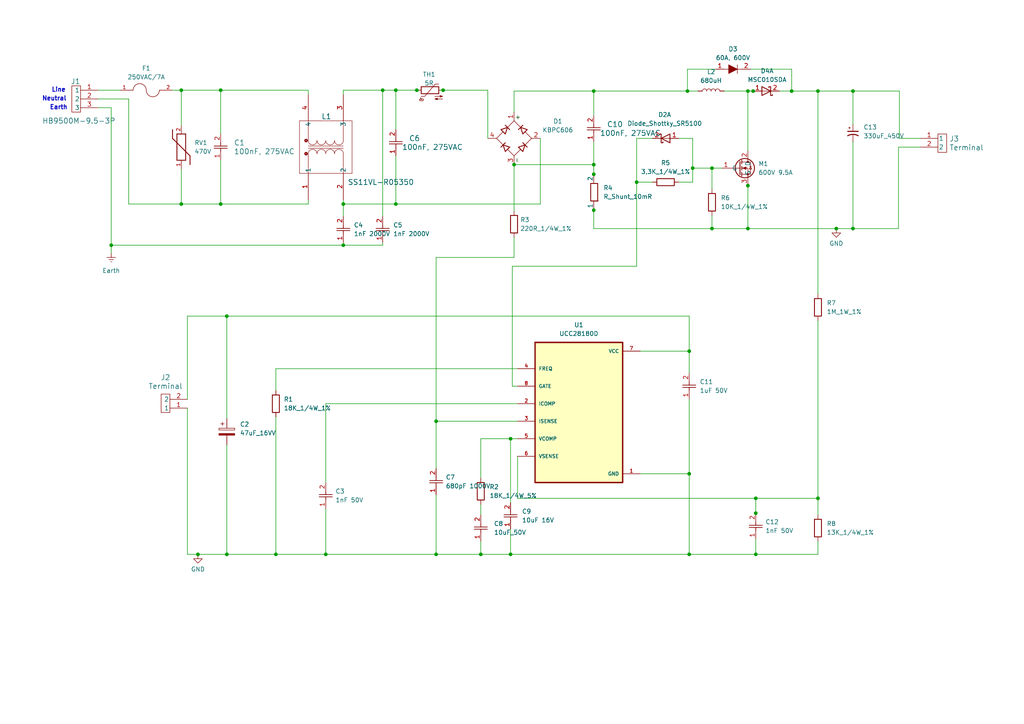
<source format=kicad_sch>
(kicad_sch (version 20231120) (generator "eeschema") (generator_version "8.0")
  (paper "A4")
  (lib_symbols
    (symbol "Device:L" (pin_numbers hide) (pin_names (offset 1.016) hide)
      (property "Reference" "L" (at -1.27 0 90))
      (property "Value" "L" (at 1.905 0 90))
      (symbol "L_1_1"
        (pin passive line (at 0 3.81 270) (length 1.27) (name "1") (number "1"))
        (pin passive line (at 0 -3.81 90) (length 1.27) (name "2") (number "2"))
      )
    )
    (symbol "charge_battery_sym_lib:Cap_Polarized_330uF_450V" (pin_numbers hide) (pin_names (offset 0.254) hide)
      (property "Reference" "C" (at -0.762 1.016 90))
      (property "Value" "Cap_Polarized_330uF_450V" (at -12.192 12.446 0))
      (symbol "Cap_Polarized_330uF_450V_1_1"
        (pin passive line (at -1.524 0.762 0) (length 2.032) (name "~") (number "1"))
        (pin passive line (at 3.556 0.762 180) (length 2.032) (name "~") (number "2"))
      )
    )
    (symbol "charge_battery_sym_lib:Cap_Polarized_SMD_47uF_16V" (pin_numbers hide) (pin_names (offset 0.254))
      (property "Reference" "C" (at 0.635 2.54 0))
      (property "Value" "Cap_Polarized_SMD_47uF_16VV" (at 0.635 -2.54 0))
      (symbol "Cap_Polarized_SMD_47uF_16V_1_1"
        (pin passive line (at 0 3.81 270) (length 2.794) (name "~") (number "1"))
        (pin passive line (at 0 -3.81 90) (length 2.794) (name "~") (number "2"))
      )
    )
    (symbol "charge_battery_sym_lib:Ceramic_Cap_Hole_10uF_50V"
      (property "Reference" "C" (at -1.524 0.762 0))
      (property "Value" "10uF_50V" (at 0.254 5.334 0))
      (symbol "Ceramic_Cap_Hole_10uF_50V_1_1"
        (pin unspecified line (at -3.81 -2.032 0) (length 2.54) (name "") (number "1"))
        (pin unspecified line (at 3.81 -2.032 180) (length 2.54) (name "") (number "2"))
      )
    )
    (symbol "charge_battery_sym_lib:Ceramic_Cap_Hole_1nF_2000V"
      (property "Reference" "C" (at -1.524 0.762 0))
      (property "Value" "680pF 1000V" (at 0.254 5.334 0))
      (symbol "Ceramic_Cap_Hole_1nF_2000V_1_1"
        (pin unspecified line (at -3.81 -2.032 0) (length 2.54) (name "") (number "1"))
        (pin unspecified line (at 3.81 -2.032 180) (length 2.54) (name "") (number "2"))
      )
    )
    (symbol "charge_battery_sym_lib:Ceramic_Cap_Hole_1nF_50V"
      (property "Reference" "C" (at -1.524 0.762 0))
      (property "Value" "1nF 50V" (at 0.254 5.334 0))
      (symbol "Ceramic_Cap_Hole_1nF_50V_1_1"
        (pin unspecified line (at -3.81 -2.032 0) (length 2.54) (name "") (number "1"))
        (pin unspecified line (at 3.81 -2.032 180) (length 2.54) (name "") (number "2"))
      )
    )
    (symbol "charge_battery_sym_lib:Ceramic_Cap_Hole_1uF_50V_"
      (property "Reference" "C" (at -1.524 0.762 0))
      (property "Value" "1uF " (at 0.254 5.334 0))
      (symbol "Ceramic_Cap_Hole_1uF_50V__1_1"
        (pin unspecified line (at -3.81 -2.032 0) (length 2.54) (name "") (number "1"))
        (pin unspecified line (at 3.81 -2.032 180) (length 2.54) (name "") (number "2"))
      )
    )
    (symbol "charge_battery_sym_lib:Ceramic_Cap_Hole_680pF_1000V"
      (property "Reference" "C" (at -1.524 0.762 0))
      (property "Value" "1nF 2000V" (at 0.254 5.334 0))
      (symbol "Ceramic_Cap_Hole_680pF_1000V_1_1"
        (pin unspecified line (at -3.81 -2.032 0) (length 2.54) (name "") (number "1"))
        (pin unspecified line (at 3.81 -2.032 180) (length 2.54) (name "") (number "2"))
      )
    )
    (symbol "charge_battery_sym_lib:Ceramic_Cap_SMD_10uF_16V"
      (property "Reference" "C" (at -1.524 0.762 0))
      (property "Value" "10uF 16V" (at 0.254 5.334 0))
      (symbol "Ceramic_Cap_SMD_10uF_16V_1_1"
        (pin unspecified line (at -3.81 -2.032 0) (length 2.54) (name "") (number "1"))
        (pin unspecified line (at 3.81 -2.032 180) (length 2.54) (name "") (number "2"))
      )
    )
    (symbol "charge_battery_sym_lib:Diode_DSEI60-06A_FRED_TO247"
      (property "Reference" "D" (at -8.636 6.096 0))
      (property "Value" "60A, 600V" (at -8.636 6.096 0))
      (symbol "Diode_DSEI60-06A_FRED_TO247_1_1"
        (pin unspecified line (at -5.08 0 0) (length 2.54) (name "") (number "1"))
        (pin unspecified line (at 5.08 0 180) (length 2.54) (name "") (number "2"))
      )
    )
    (symbol "charge_battery_sym_lib:Diode_Shottky_DBoost" (pin_names (offset 0.762) hide)
      (property "Reference" "D" (at 0 2.54 0))
      (property "Value" "Diode_Shottky_SR5100" (at -3.556 15.24 0))
      (symbol "Diode_Shottky_DBoost_0_1"
        (pin passive line (at 3.81 0 180) (length 2.54) (name "A") (number "2"))
      )
      (symbol "Diode_Shottky_DBoost_1_1"
        (pin passive line (at -3.81 0 0) (length 2.54) (name "K") (number "1"))
      )
      (symbol "Diode_Shottky_DBoost_2_1"
        (pin passive line (at 3.81 0 180) (length 2.54) (name "K") (number "3"))
      )
    )
    (symbol "charge_battery_sym_lib:Diode_Shottky_SR5100" (pin_names (offset 0.762) hide)
      (property "Reference" "D" (at 0 2.54 0))
      (property "Value" "Diode_Shottky_SR5100" (at -3.556 15.24 0))
      (symbol "Diode_Shottky_SR5100_0_1"
        (pin passive line (at 3.81 0 180) (length 2.54) (name "A") (number "2"))
      )
      (symbol "Diode_Shottky_SR5100_1_1"
        (pin passive line (at -3.81 0 0) (length 2.54) (name "K") (number "1"))
      )
      (symbol "Diode_Shottky_SR5100_2_1"
        (pin passive line (at 3.81 0 180) (length 2.54) (name "K") (number "3"))
      )
    )
    (symbol "charge_battery_sym_lib:FUSE_250VAC_7A" (pin_names (offset 1.016))
      (property "Reference" "F" (at -5.08 2.54 0))
      (property "Value" "250VAC/7A" (at -5.08 -3.81 0))
      (symbol "FUSE_250VAC_7A_0_0"
        (pin passive line (at -7.62 0 0) (length 2.54) (name "~") (number "1"))
        (pin passive line (at 7.62 0 180) (length 2.54) (name "~") (number "2"))
      )
    )
    (symbol "charge_battery_sym_lib:Film Cap" (pin_names (offset 0.254))
      (property "Reference" "C" (at 3.81 3.81 0))
      (property "Value" "100nF, 275VAC" (at 3.81 -3.81 0))
      (symbol "Film Cap_1_1"
        (pin unspecified line (at 0 0 0) (length 2.54) (name "") (number "1"))
        (pin unspecified line (at 7.62 0 180) (length 2.54) (name "") (number "2"))
      )
      (symbol "Film Cap_1_2"
        (pin unspecified line (at 0 0 270) (length 2.54) (name "") (number "1"))
        (pin unspecified line (at 0 -7.62 90) (length 2.54) (name "") (number "2"))
      )
    )
    (symbol "charge_battery_sym_lib:HB9500M-9.5-3P" (pin_names (offset 0.254))
      (property "Reference" "J" (at 1.27 8.89 0))
      (property "Value" "HB9500M-9.5-3P" (at 2.54 -2.032 0))
      (symbol "HB9500M-9.5-3P_1_1"
        (pin unspecified line (at -5.08 6.35 0) (length 5.08) (name "1") (number "1"))
        (pin unspecified line (at -5.08 3.81 0) (length 5.08) (name "2") (number "2"))
        (pin unspecified line (at -5.08 1.27 0) (length 5.08) (name "3") (number "3"))
      )
      (symbol "HB9500M-9.5-3P_1_2"
        (pin unspecified line (at 0 0 0) (length 5.08) (name "1") (number "1"))
        (pin unspecified line (at 0 -2.54 0) (length 5.08) (name "2") (number "2"))
        (pin unspecified line (at 0 -5.08 0) (length 5.08) (name "3") (number "3"))
      )
    )
    (symbol "charge_battery_sym_lib:KBPC606"
      (property "Reference" "D" (at 4.318 5.588 0))
      (property "Value" "KBPC606" (at 7.366 -5.588 0))
      (symbol "KBPC606_1_0"
        (pin power_out line (at 7.62 0 180) (length 2.54) (name "") (number "1"))
        (pin power_in line (at 0 -7.62 90) (length 2.54) (name "") (number "2"))
        (pin power_out line (at -7.62 0 0) (length 2.54) (name "") (number "3"))
        (pin power_in line (at 0 7.62 270) (length 2.54) (name "") (number "4"))
      )
      (symbol "KBPC606_1_1"
        (text "+" (at 6.096 -1.016 0) (effects (font (size 1.27 1.27))))
        (text "-" (at -6.35 -0.762 0) (effects (font (size 1.27 1.27))))
        (text "~" (at 0.762 -6.35 0) (effects (font (size 1.27 1.27))))
        (text "~" (at 0.762 6.35 0) (effects (font (size 1.27 1.27))))
      )
    )
    (symbol "charge_battery_sym_lib:MOSFET_FQPF10N60C"
      (property "Reference" "M" (at -6.858 3.048 0))
      (property "Value" "600V 9.5A" (at -11.176 15.494 0))
      (symbol "MOSFET_FQPF10N60C_1_1"
        (pin input line (at -10.16 0 0) (length 2.54) (name "G") (number "1"))
        (pin passive line (at -2.54 5.08 270) (length 2.54) (name "D") (number "2"))
        (pin passive line (at -2.54 -5.08 90) (length 2.54) (name "S") (number "3"))
      )
    )
    (symbol "charge_battery_sym_lib:MOV-07D471K"
      (property "Reference" "RV" (at 0 0 0))
      (property "Value" "470V" (at 6.096 -6.858 0))
      (symbol "MOV-07D471K_0_0"
        (pin bidirectional line (at -2.54 -3.81 0) (length 2.54) (name "~") (number "1"))
        (pin bidirectional line (at 10.16 -3.81 180) (length 2.54) (name "~") (number "2"))
      )
    )
    (symbol "charge_battery_sym_lib:R_Shunt_10mR" (pin_numbers hide) (pin_names (offset 0))
      (property "Reference" "R" (at -2.159 3.81 0))
      (property "Value" "R_Shunt_10mR" (at -2.159 1.905 0))
      (symbol "R_Shunt_10mR_1_1"
        (pin passive line (at -7.366 -0.508 0) (length 2.54) (name "1") (number "1"))
        (pin passive line (at 3.048 -0.508 180) (length 2.54) (name "2") (number "2"))
      )
    )
    (symbol "charge_battery_sym_lib:Res_hole_10K_1/4W_1%" (pin_numbers hide) (pin_names (offset 0))
      (property "Reference" "R" (at 1.016 1.016 0))
      (property "Value" "10K_1/4W_1%" (at 1.27 -3.81 0))
      (symbol "Res_hole_10K_1/4W_1%_1_1"
        (pin passive line (at -2.794 -1.016 0) (length 1.27) (name "~") (number "1"))
        (pin passive line (at 4.826 -1.016 180) (length 1.27) (name "~") (number "2"))
      )
    )
    (symbol "charge_battery_sym_lib:Res_hole_13K_1/4W_1%" (pin_numbers hide) (pin_names (offset 0))
      (property "Reference" "R" (at 1.016 1.016 0))
      (property "Value" "13K_1/4W_1%" (at 1.27 -3.81 0))
      (symbol "Res_hole_13K_1/4W_1%_1_1"
        (pin passive line (at -2.794 -1.016 0) (length 1.27) (name "~") (number "1"))
        (pin passive line (at 4.826 -1.016 180) (length 1.27) (name "~") (number "2"))
      )
    )
    (symbol "charge_battery_sym_lib:Res_hole_18K_1/4W_1%" (pin_numbers hide) (pin_names (offset 0))
      (property "Reference" "R" (at 1.016 1.016 0))
      (symbol "Res_hole_18K_1/4W_1%_1_1"
        (pin passive line (at -2.794 -1.016 0) (length 1.27) (name "~") (number "1"))
        (pin passive line (at 4.826 -1.016 180) (length 1.27) (name "~") (number "2"))
      )
    )
    (symbol "charge_battery_sym_lib:Res_hole_1M_1W_1%" (pin_numbers hide) (pin_names (offset 0))
      (property "Reference" "R" (at 1.016 1.016 0))
      (property "Value" "Res_hole_1M_1W_1%" (at 1.27 -3.81 0))
      (symbol "Res_hole_1M_1W_1%_1_1"
        (pin passive line (at -2.794 -1.016 0) (length 1.27) (name "~") (number "1"))
        (pin passive line (at 4.826 -1.016 180) (length 1.27) (name "~") (number "2"))
      )
    )
    (symbol "charge_battery_sym_lib:Res_hole_220R_1/4W_1%" (pin_numbers hide) (pin_names (offset 0))
      (property "Reference" "R" (at 1.016 1.016 0))
      (symbol "Res_hole_220R_1/4W_1%_1_1"
        (pin passive line (at -2.794 -1.016 0) (length 1.27) (name "~") (number "1"))
        (pin passive line (at 4.826 -1.016 180) (length 1.27) (name "~") (number "2"))
      )
    )
    (symbol "charge_battery_sym_lib:Res_hole_3,3K_1/4W_1%" (pin_numbers hide) (pin_names (offset 0))
      (property "Reference" "R" (at 1.016 1.016 0))
      (property "Value" "3,3K_1/4W_1%" (at 1.27 -3.81 0))
      (symbol "Res_hole_3,3K_1/4W_1%_1_1"
        (pin passive line (at -2.794 -1.016 0) (length 1.27) (name "~") (number "1"))
        (pin passive line (at 4.826 -1.016 180) (length 1.27) (name "~") (number "2"))
      )
    )
    (symbol "charge_battery_sym_lib:SS11VL-R05350" (pin_names (offset 0.254))
      (property "Reference" "L" (at 15.24 7.62 0))
      (property "Value" "SS11VL-R05350" (at 15.494 -14.224 0))
      (symbol "SS11VL-R05350_0_1"
        (pin unspecified line (at 0 0 0) (length 7.62) (name "1") (number "1"))
        (pin unspecified line (at 0 -10.16 0) (length 7.62) (name "2") (number "2"))
        (pin unspecified line (at 30.48 -10.16 180) (length 7.62) (name "3") (number "3"))
        (pin unspecified line (at 30.48 0 180) (length 7.62) (name "4") (number "4"))
      )
    )
    (symbol "charge_battery_sym_lib:Terminal HB9500-2" (pin_names (offset 0.254))
      (property "Reference" "J" (at 1.27 8.89 0))
      (property "Value" "Terminal" (at 0.762 0.508 0))
      (symbol "Terminal HB9500-2_1_1"
        (pin unspecified line (at -5.08 6.35 0) (length 5.08) (name "1") (number "1"))
        (pin unspecified line (at -5.08 3.81 0) (length 5.08) (name "2") (number "2"))
      )
      (symbol "Terminal HB9500-2_1_2"
        (pin unspecified line (at 0 0 0) (length 5.08) (name "1") (number "1"))
        (pin unspecified line (at 0 -2.54 0) (length 5.08) (name "2") (number "2"))
        (pin unspecified line (at 0 -5.08 0) (length 5.08) (name "3") (number "3"))
      )
    )
    (symbol "charge_battery_sym_lib:Thermistor_NTC" (pin_numbers hide) (pin_names (offset 0))
      (property "Reference" "TH" (at -4.445 0 90))
      (property "Value" "Thermistor_NTC" (at 3.175 0 90))
      (symbol "Thermistor_NTC_1_1"
        (pin passive line (at 0 3.81 270) (length 1.27) (name "~") (number "1"))
        (pin passive line (at 0 -3.81 90) (length 1.27) (name "~") (number "2"))
      )
    )
    (symbol "charge_battery_sym_lib:UCC28180D" (pin_names (offset 1.016))
      (property "Reference" "U" (at -12.7 21.32 0))
      (property "Value" "UCC28180D" (at -12.7 -24.32 0))
      (symbol "UCC28180D_0_0"
        (pin power_in line (at 17.78 -17.78 180) (length 5.08) (name "GND") (number "1"))
        (pin bidirectional line (at -17.78 2.54 0) (length 5.08) (name "ICOMP") (number "2"))
        (pin bidirectional line (at -17.78 -2.54 0) (length 5.08) (name "ISENSE") (number "3"))
        (pin bidirectional line (at -17.78 12.7 0) (length 5.08) (name "FREQ") (number "4"))
        (pin bidirectional line (at -17.78 -7.62 0) (length 5.08) (name "VCOMP") (number "5"))
        (pin bidirectional line (at -17.78 -12.7 0) (length 5.08) (name "VSENSE") (number "6"))
        (pin power_in line (at 17.78 17.78 180) (length 5.08) (name "VCC") (number "7"))
        (pin bidirectional line (at -17.78 7.62 0) (length 5.08) (name "GATE") (number "8"))
      )
    )
    (symbol "power:Earth" (power) (pin_numbers hide) (pin_names (offset 0) hide)
      (property "Value" "Earth" (at 0 -3.81 0))
      (symbol "Earth_1_1"
        (pin power_in line (at 0 0 270) (length 0) (name "~") (number "1"))
      )
    )
    (symbol "power:GND" (power) (pin_numbers hide) (pin_names (offset 0) hide)
      (property "Value" "GND" (at 0 -3.81 0))
      (symbol "GND_1_1"
        (pin power_in line (at 0 0 270) (length 0) (name "~") (number "1"))
      )
    )
  )
  (junction (at 199.898 137.414))
  (junction (at 64.008 26.162))
  (junction (at 52.578 59.182))
  (junction (at 110.998 26.162))
  (junction (at 229.616 26.416))
  (junction (at 114.808 59.182))
  (junction (at 206.502 48.768))
  (junction (at 247.396 26.416))
  (junction (at 99.568 71.12))
  (junction (at 80.01 160.782))
  (junction (at 149.098 47.752))
  (junction (at 94.488 160.782))
  (junction (at 219.202 160.782))
  (junction (at 126.492 160.782))
  (junction (at 218.44 26.416))
  (junction (at 219.202 144.526))
  (junction (at 206.502 66.294))
  (junction (at 172.212 26.416))
  (junction (at 32.258 71.12))
  (junction (at 216.916 26.416))
  (junction (at 148.082 160.782))
  (junction (at 242.57 66.294))
  (junction (at 57.404 160.782))
  (junction (at 216.916 53.848))
  (junction (at 52.578 26.162))
  (junction (at 237.236 26.416))
  (junction (at 184.658 52.832))
  (junction (at 172.212 47.752))
  (junction (at 126.492 122.174))
  (junction (at 148.082 127.254))
  (junction (at 65.786 91.694))
  (junction (at 199.898 160.782))
  (junction (at 128.524 26.162))
  (junction (at 64.008 59.182))
  (junction (at 120.904 26.162))
  (junction (at 237.236 144.526))
  (junction (at 200.914 48.768))
  (junction (at 65.786 160.782))
  (junction (at 247.396 66.294))
  (junction (at 216.916 66.294))
  (junction (at 139.446 160.782))
  (junction (at 114.808 26.162))
  (junction (at 172.212 60.96))
  (junction (at 199.898 101.854))
  (junction (at 219.202 148.844))
  (junction (at 199.39 26.416))
  (junction (at 172.212 50.546))
  (junction (at 99.568 59.182))
  (wire (pts (xy 120.904 26.162) (xy 121.158 26.162)))
  (wire (pts (xy 196.85 52.832) (xy 200.914 52.832)))
  (wire (pts (xy 229.616 26.416) (xy 226.06 26.416)))
  (wire (pts (xy 149.098 32.512) (xy 149.098 26.416)))
  (wire (pts (xy 32.258 71.12) (xy 99.568 71.12)))
  (wire (pts (xy 148.59 77.216) (xy 184.658 77.216)))
  (wire (pts (xy 237.236 92.964) (xy 237.236 144.526)))
  (wire (pts (xy 148.082 127.254) (xy 150.114 127.254)))
  (wire (pts (xy 219.202 156.464) (xy 219.202 160.782)))
  (wire (pts (xy 89.408 26.162) (xy 89.408 27.432)))
  (wire (pts (xy 172.212 50.546) (xy 172.212 47.752)))
  (wire (pts (xy 99.568 59.182) (xy 99.568 62.738)))
  (wire (pts (xy 172.212 47.752) (xy 172.212 41.148)))
  (wire (pts (xy 216.916 53.848) (xy 216.916 66.294)))
  (wire (pts (xy 247.396 41.148) (xy 247.396 66.294)))
  (wire (pts (xy 127.508 26.162) (xy 128.524 26.162)))
  (wire (pts (xy 52.578 26.162) (xy 52.578 36.322)))
  (wire (pts (xy 200.914 48.768) (xy 206.502 48.768)))
  (wire (pts (xy 150.114 144.526) (xy 219.202 144.526)))
  (wire (pts (xy 196.85 40.132) (xy 200.914 40.132)))
  (wire (pts (xy 210.058 26.416) (xy 216.916 26.416)))
  (wire (pts (xy 219.202 160.782) (xy 237.236 160.782)))
  (wire (pts (xy 200.914 48.768) (xy 200.914 40.132)))
  (wire (pts (xy 99.568 57.912) (xy 99.568 59.182)))
  (wire (pts (xy 37.338 59.182) (xy 52.578 59.182)))
  (wire (pts (xy 184.658 40.132) (xy 184.658 52.832)))
  (wire (pts (xy 110.998 26.162) (xy 110.998 62.738)))
  (wire (pts (xy 199.39 20.066) (xy 207.518 20.066)))
  (wire (pts (xy 110.998 71.12) (xy 110.998 70.358)))
  (wire (pts (xy 199.39 26.416) (xy 199.39 20.066)))
  (wire (pts (xy 206.502 62.484) (xy 206.502 66.294)))
  (wire (pts (xy 247.396 66.294) (xy 260.604 66.294)))
  (wire (pts (xy 237.236 26.416) (xy 237.236 85.344)))
  (wire (pts (xy 260.858 40.132) (xy 266.954 40.132)))
  (wire (pts (xy 28.448 31.242) (xy 32.258 31.242)))
  (wire (pts (xy 172.212 33.528) (xy 172.212 26.416)))
  (wire (pts (xy 126.492 74.676) (xy 149.098 74.676)))
  (wire (pts (xy 172.212 60.96) (xy 172.212 66.294)))
  (wire (pts (xy 99.568 27.432) (xy 99.568 26.162)))
  (wire (pts (xy 57.404 160.782) (xy 65.786 160.782)))
  (wire (pts (xy 37.338 28.702) (xy 37.338 59.182)))
  (wire (pts (xy 148.082 153.416) (xy 148.082 160.782)))
  (wire (pts (xy 65.786 129.032) (xy 65.786 160.782)))
  (wire (pts (xy 80.01 106.934) (xy 80.01 113.284)))
  (wire (pts (xy 114.808 26.162) (xy 120.904 26.162)))
  (wire (pts (xy 126.492 122.174) (xy 126.492 74.676)))
  (wire (pts (xy 206.502 66.294) (xy 216.916 66.294)))
  (wire (pts (xy 126.492 143.51) (xy 126.492 160.782)))
  (wire (pts (xy 206.502 54.864) (xy 206.502 48.768)))
  (wire (pts (xy 28.448 26.162) (xy 34.798 26.162)))
  (wire (pts (xy 52.578 49.022) (xy 52.578 59.182)))
  (wire (pts (xy 184.658 52.832) (xy 189.23 52.832)))
  (wire (pts (xy 94.488 147.574) (xy 94.488 160.782)))
  (wire (pts (xy 80.01 106.934) (xy 150.114 106.934)))
  (wire (pts (xy 114.808 59.182) (xy 156.718 59.182)))
  (wire (pts (xy 110.998 26.162) (xy 114.808 26.162)))
  (wire (pts (xy 94.488 160.782) (xy 126.492 160.782)))
  (wire (pts (xy 94.488 139.954) (xy 94.488 117.094)))
  (wire (pts (xy 148.59 112.014) (xy 148.59 77.216)))
  (wire (pts (xy 65.786 91.694) (xy 54.356 91.694)))
  (wire (pts (xy 149.098 68.834) (xy 149.098 74.676)))
  (wire (pts (xy 139.446 156.972) (xy 139.446 160.782)))
  (wire (pts (xy 218.44 26.416) (xy 218.694 26.416)))
  (wire (pts (xy 260.604 66.294) (xy 260.604 42.672)))
  (wire (pts (xy 247.396 26.416) (xy 260.858 26.416)))
  (wire (pts (xy 128.524 26.162) (xy 141.478 26.162)))
  (wire (pts (xy 99.568 71.12) (xy 99.568 70.358)))
  (wire (pts (xy 114.808 26.162) (xy 114.808 37.592)))
  (wire (pts (xy 80.01 160.782) (xy 94.488 160.782)))
  (wire (pts (xy 65.786 121.412) (xy 65.786 91.694)))
  (wire (pts (xy 126.492 135.89) (xy 126.492 122.174)))
  (wire (pts (xy 200.914 52.832) (xy 200.914 48.768)))
  (wire (pts (xy 139.446 146.304) (xy 139.446 149.352)))
  (wire (pts (xy 148.082 145.796) (xy 148.082 127.254)))
  (wire (pts (xy 229.616 26.416) (xy 237.236 26.416)))
  (wire (pts (xy 219.202 149.098) (xy 219.202 148.844)))
  (wire (pts (xy 32.258 31.242) (xy 32.258 71.12)))
  (wire (pts (xy 54.356 91.694) (xy 54.356 115.824)))
  (wire (pts (xy 216.916 26.416) (xy 218.44 26.416)))
  (wire (pts (xy 216.916 53.594) (xy 216.916 53.848)))
  (wire (pts (xy 50.038 26.162) (xy 52.578 26.162)))
  (wire (pts (xy 206.502 48.768) (xy 209.296 48.768)))
  (wire (pts (xy 217.678 20.066) (xy 229.616 20.066)))
  (wire (pts (xy 126.492 122.174) (xy 150.114 122.174)))
  (wire (pts (xy 185.674 137.414) (xy 199.898 137.414)))
  (wire (pts (xy 219.202 144.526) (xy 237.236 144.526)))
  (wire (pts (xy 185.674 101.854) (xy 199.898 101.854)))
  (wire (pts (xy 32.258 71.12) (xy 32.258 73.406)))
  (wire (pts (xy 28.448 28.702) (xy 37.338 28.702)))
  (wire (pts (xy 237.236 156.972) (xy 237.236 160.782)))
  (wire (pts (xy 247.396 36.068) (xy 247.396 26.416)))
  (wire (pts (xy 172.212 66.294) (xy 206.502 66.294)))
  (wire (pts (xy 80.01 120.904) (xy 80.01 160.782)))
  (wire (pts (xy 99.568 59.182) (xy 114.808 59.182)))
  (wire (pts (xy 199.898 101.854) (xy 199.898 91.694)))
  (wire (pts (xy 64.008 46.482) (xy 64.008 59.182)))
  (wire (pts (xy 114.808 45.212) (xy 114.808 59.182)))
  (wire (pts (xy 89.408 57.912) (xy 89.408 59.182)))
  (wire (pts (xy 260.858 26.416) (xy 260.858 40.132)))
  (wire (pts (xy 149.098 47.752) (xy 172.212 47.752)))
  (wire (pts (xy 150.114 132.334) (xy 150.114 144.526)))
  (wire (pts (xy 65.786 91.694) (xy 199.898 91.694)))
  (wire (pts (xy 99.568 71.12) (xy 110.998 71.12)))
  (wire (pts (xy 64.008 59.182) (xy 89.408 59.182)))
  (wire (pts (xy 242.57 66.294) (xy 247.396 66.294)))
  (wire (pts (xy 139.446 127.254) (xy 148.082 127.254)))
  (wire (pts (xy 237.236 144.526) (xy 237.236 149.352)))
  (wire (pts (xy 139.446 127.254) (xy 139.446 138.684)))
  (wire (pts (xy 229.616 20.066) (xy 229.616 26.416)))
  (wire (pts (xy 148.082 160.782) (xy 139.446 160.782)))
  (wire (pts (xy 156.718 59.182) (xy 156.718 40.132)))
  (wire (pts (xy 148.082 160.782) (xy 199.898 160.782)))
  (wire (pts (xy 94.488 117.094) (xy 150.114 117.094)))
  (wire (pts (xy 184.658 52.832) (xy 184.658 77.216)))
  (wire (pts (xy 184.658 40.132) (xy 189.23 40.132)))
  (wire (pts (xy 65.786 160.782) (xy 80.01 160.782)))
  (wire (pts (xy 149.098 47.752) (xy 149.098 61.214)))
  (wire (pts (xy 64.008 26.162) (xy 89.408 26.162)))
  (wire (pts (xy 199.898 115.824) (xy 199.898 137.414)))
  (wire (pts (xy 64.008 38.862) (xy 64.008 26.162)))
  (wire (pts (xy 52.578 59.182) (xy 64.008 59.182)))
  (wire (pts (xy 99.568 26.162) (xy 110.998 26.162)))
  (wire (pts (xy 260.604 42.672) (xy 266.954 42.672)))
  (wire (pts (xy 219.202 148.844) (xy 219.202 144.526)))
  (wire (pts (xy 199.898 137.414) (xy 199.898 160.782)))
  (wire (pts (xy 126.492 160.782) (xy 139.446 160.782)))
  (wire (pts (xy 172.212 59.182) (xy 172.212 60.96)))
  (wire (pts (xy 54.356 160.782) (xy 57.404 160.782)))
  (wire (pts (xy 141.478 26.162) (xy 141.478 40.132)))
  (wire (pts (xy 54.356 118.364) (xy 54.356 160.782)))
  (wire (pts (xy 216.916 66.294) (xy 242.57 66.294)))
  (wire (pts (xy 199.39 26.416) (xy 202.438 26.416)))
  (wire (pts (xy 216.916 26.416) (xy 216.916 43.688)))
  (wire (pts (xy 172.212 26.416) (xy 199.39 26.416)))
  (wire (pts (xy 52.578 26.162) (xy 64.008 26.162)))
  (wire (pts (xy 219.202 160.782) (xy 199.898 160.782)))
  (wire (pts (xy 149.098 26.416) (xy 172.212 26.416)))
  (wire (pts (xy 237.236 26.416) (xy 247.396 26.416)))
  (wire (pts (xy 172.212 52.07) (xy 172.212 50.546)))
  (wire (pts (xy 148.59 112.014) (xy 150.114 112.014)))
  (wire (pts (xy 199.898 101.854) (xy 199.898 108.204)))
  (text "Earth" (at 17.018 31.242 0) (effects (font (size 1.27 1.27) (bold yes))))
  (text "Line" (at 17.018 26.162 0) (effects (font (size 1.27 1.27) (thickness 0.254) (bold yes))))
  (text "Neutral" (at 15.748 28.702 0) (effects (font (size 1.27 1.27) (thickness 0.254) (bold yes))))
  (symbol (lib_id "charge_battery_sym_lib:Res_hole_18K_1/4W_1%") (at 78.994 118.11 90) (unit 1)
    (property "Reference" "R1" (at 82.296 115.8239 90) (effects (justify right)))
    (property "Value" "18K_1/4W_1%" (at 82.296 118.3639 90) (effects (justify right)))
    (property "Footprint" "charge_battery_footprint_lib:Res_220R_1_4W_1%" (effects (hide yes)))
    (property "Description" "Resistor" (effects (hide yes)))
    (property "Supply name " "Thegioiic" (effects (hide yes)))
    (property "Supply part number" "Điện Trở 18KOhm 1/4W 1% 5 Vòng Màu" (effects (hide yes)))
    (property "Supply URL" "https://www.thegioiic.com/dien-tro-18-kohm-1-4w-5-4-vong-mau" (effects (hide yes)))
  )
  (symbol (lib_id "charge_battery_sym_lib:KBPC606") (at 149.098 40.132 90) (unit 1)
    (property "Reference" "D1" (at 161.798 35.1788 90))
    (property "Value" "KBPC606" (at 161.798 37.7188 90))
    (property "Footprint" "charge_battery_footprint_lib:TO_BPC606_VIS" (effects (hide yes)))
    (property "Datasheet" "https://www.vishay.com/docs/93585/vs-kbpc1series.pdf" (effects (hide yes)))
    (property "Description" "1 phase, 600V, 6A, D-72" (effects (hide yes)))
    (property "Supply name" "Thegioiic" (effects (hide yes)))
    (property "Supply part number" "KBPC606 Cầu Chỉnh Lưu 600V 6A" (effects (hide yes)))
    (property "Supply URL" "https://www.thegioiic.com/kbpc606-cau-chinh-luu-600v-6a" (effects (hide yes)))
  )
  (symbol (lib_id "charge_battery_sym_lib:SS11VL-R05350") (at 89.408 57.912 90) (unit 1)
    (property "Reference" "L1" (at 93.218 33.782 90) (effects (font (size 1.524 1.524)) (justify right)))
    (property "Value" "SS11VL-R05350" (at 100.838 52.832 90) (effects (font (size 1.524 1.524)) (justify right)))
    (property "Footprint" "charge_battery_footprint_lib:IND_SS11VL-R05350_KEM" (effects (hide yes)))
    (property "Datasheet" "https://www.mouser.vn/datasheet/2/447/KEM_LF0022_SS11VL-3316893.pdf" (effects (hide yes)))
    (property "Description" "Common Mode Chokes / Filters 250VAC 1.1A 5mH DCR=400mOhms" (effects (hide yes)))
    (property "Supply name" "Mouser" (effects (hide yes)))
    (property "Supply part number" "80-SS11VL-11050" (effects (hide yes)))
    (property "Supply URL" "https://www.mouser.vn/ProductDetail/KEMET/SS11VL-11050?qs=EU6FO9ffTwcryP%252B%2F%252BYgxUg%3D%3D" (effects (hide yes)))
  )
  (symbol (lib_id "charge_battery_sym_lib:Res_hole_10K_1/4W_1%") (at 205.486 59.69 90) (unit 1)
    (property "Reference" "R6" (at 209.042 57.4039 90) (effects (justify right)))
    (property "Value" "10K_1/4W_1%" (at 209.042 59.9439 90) (effects (justify right)))
    (property "Footprint" "charge_battery_footprint_lib:Res_10K_1_4W_1%" (effects (hide yes)))
    (property "Description" "Resistor" (effects (hide yes)))
    (property "Supply name " "Thegioiic" (effects (hide yes)))
    (property "Supply part number" "Điện Trở 10 KOhm 1/4W 1% 5 Vòng Màu" (effects (hide yes)))
    (property "Supply URL" "https://www.thegioiic.com/dien-tro-10-kohm-1-4w-1-5-vong-mau" (effects (hide yes)))
  )
  (symbol (lib_id "charge_battery_sym_lib:Film Cap") (at 114.808 45.212 90) (unit 1)
    (property "Reference" "C6" (at 118.618 40.1319 90) (effects (font (size 1.524 1.524)) (justify right)))
    (property "Value" "100nF, 275VAC" (at 116.586 42.672 90) (effects (font (size 1.524 1.524)) (justify right)))
    (property "Footprint" "charge_battery_footprint_lib:CAP_B32671P-10--5x11x13_TDK" (effects (hide yes)))
    (property "Description" "100nF, 275VAC, 15%" (effects (hide yes)))
    (property "Supply name" "Thegioiic" (effects (hide yes)))
    (property "Supply part number" "Tụ Kẹo Vàng X2 100nF (0.1uF) 104K 275VAC" (effects (hide yes)))
    (property "Supply URL" "https://www.thegioiic.com/tu-keo-vang-x2-100nf-0-1uf-104k-275vac" (effects (hide yes)))
  )
  (symbol (lib_id "charge_battery_sym_lib:Terminal HB9500-2") (at 272.034 46.482 0) (unit 1)
    (property "Reference" "J3" (at 275.336 40.2589 0) (effects (font (size 1.524 1.524)) (justify left)))
    (property "Value" "Terminal" (at 275.336 42.7989 0) (effects (font (size 1.524 1.524)) (justify left)))
    (property "Footprint" "charge_battery_footprint_lib:Terminal" (effects (hide yes)))
    (property "Datasheet" "HB9500M-9.5-2P" (effects (hide yes)))
    (property "Description" "300V, 25A" (effects (hide yes)))
    (property "Supply name" "Thegioiic" (effects (hide yes)))
    (property "Supplt part number" "HB9500-2 Terminal Khối Hàn PCB 2 Cực 25A 300V 9.5mm" (effects (hide yes)))
    (property "Supply URL" "https://www.thegioiic.com/hb9500-3-terminal-khoi-han-pcb-3-cuc-25a-300v-9-5mm" (effects (hide yes)))
  )
  (symbol (lib_id "charge_battery_sym_lib:Cap_Polarized_SMD_47uF_16V") (at 65.786 125.222 0) (unit 1)
    (property "Reference" "C2" (at 69.596 123.0629 0) (effects (justify left)))
    (property "Value" "47uF_16VV" (at 69.596 125.6029 0) (effects (justify left)))
    (property "Footprint" "charge_battery_footprint_lib:Cap_Polarized_SMD_47uF_16V" (effects (hide yes)))
    (property "Datasheet" "https://www.thegioiic.com/upload/documents/5121f69ada901167d040dfa7ca79f071.pdf" (effects (hide yes)))
    (property "Description" "Polarized capacitor 47uF V, 20%" (effects (hide yes)))
    (property "Supply name" "Thegioiic" (effects (hide yes)))
    (property "Supply part number" "SMD 47uF 16V 5x5.4mm" (effects (hide yes)))
    (property "Supply URL" "https://www.thegioiic.com/tu-nhom-smd-47uf-16v-5x5-4mm" (effects (hide yes)))
  )
  (symbol (lib_id "charge_battery_sym_lib:Ceramic_Cap_Hole_1nF_2000V") (at 124.46 139.7 90) (unit 1)
    (property "Reference" "C7" (at 129.286 138.4299 90) (effects (justify right)))
    (property "Value" "680pF 1000V" (at 129.286 140.9699 90) (effects (justify right)))
    (property "Footprint" "charge_battery_footprint_lib:Ceramic_Cap_Hole_680pF_1000V" (effects (hide yes)))
    (property "Description" "Code 681, 20%" (effects (hide yes)))
    (property "Supply name" "Thegioiic" (effects (hide yes)))
    (property "Supply part number" "Tụ Gốm Xanh 680pF 1000V" (effects (hide yes)))
    (property "Supply URL" "https://thegioiic.com/tu-gom-xanh-680pf-1000v" (effects (hide yes)))
  )
  (symbol (lib_id "Device:L") (at 206.248 26.416 90) (unit 1)
    (property "Reference" "L2" (at 206.248 20.828 90))
    (property "Value" "680uH" (at 206.248 23.368 90))
    (property "Footprint" "Inductor_SMD:L_12x12mm_H8mm" (effects (hide yes)))
    (property "Description" "20%, size 12 x 12 x 8mm" (effects (hide yes)))
    (property "Supply name" "Thegioiic" (effects (hide yes)))
    (property "Supply part number" "CDRH127 Cuộn Cảm Dán SMD 1280-681 680uH 1.03A" (effects (hide yes)))
    (property "Supply URL" "https://www.thegioiic.com/cdrh127-cuon-cam-dan-smd-1280-681-680uh-1-03a" (effects (hide yes)))
  )
  (symbol (lib_id "charge_battery_sym_lib:Diode_DSEI60-06A_FRED_TO247") (at 212.598 20.066 0) (unit 1)
    (property "Reference" "D3" (at 212.598 14.224 0))
    (property "Value" "60A, 600V" (at 212.598 16.764 0))
    (property "Footprint" "charge_battery_footprint_lib:Diode_FRED_TO247" (effects (hide yes)))
    (property "Datasheet" "https://www.lcsc.com/datasheet/lcsc_datasheet_1912111437_Littelfuse-IXYS-DSEI60-06A_C426674.pdf" (effects (hide yes)))
    (property "Description" "60A, 600V, Diode Fred, TO-247AD" (effects (hide yes)))
    (property "Supply URL" "https://www.thegioiic.com/dsei60-06a-diode-chinh-luu-60a-600v" (effects (hide yes)))
    (property "Supply part name" "DSEI60-06A Diode Chỉnh Lưu 60A 600V" (effects (hide yes)))
    (property "Supply name" "Thegioiic" (effects (hide yes)))
  )
  (symbol (lib_id "charge_battery_sym_lib:Diode_Shottky_SR5100") (at 193.04 40.132 180) (unit 1)
    (property "Reference" "D2" (at 192.786 33.274 0))
    (property "Value" "Diode_Shottky_SR5100" (at 192.786 35.814 0))
    (property "Footprint" "charge_battery_footprint_lib:Diode_Schottky_SR5100" (effects (hide yes)))
    (property "Datasheet" "https://www.farnell.com/datasheets/2175829.pdf?_ga=2.84777433.1112515608.1530949777-1793405792.1522642447" (effects (hide yes)))
    (property "Description" "5A 100V Schottky Rectifier Diode" (effects (hide yes)))
    (property "Supply name" "Thegioiic" (effects (hide yes)))
    (property "Supply part number" "SR5100 Schottky Diode 5A 100V" (effects (hide yes)))
    (property "Supply URL" "https://www.thegioiic.com/sr5100-schottky-diode-5a-100v" (effects (hide yes)))
  )
  (symbol (lib_id "charge_battery_sym_lib:Res_hole_18K_1/4W_1%") (at 138.43 143.51 90) (unit 1)
    (property "Reference" "R2" (at 141.986 141.2239 90) (effects (justify right)))
    (property "Value" "18K_1/4W_5% " (at 141.986 143.7639 90) (effects (justify right)))
    (property "Footprint" "charge_battery_footprint_lib:Res_220R_1_4W_1%" (effects (hide yes)))
    (property "Description" "Resistor" (effects (hide yes)))
    (property "Supply name " "Thegioiic" (effects (hide yes)))
    (property "Supply part number" "Điện Trở 18KOhm 1/4W 1% 5 Vòng Màu" (effects (hide yes)))
    (property "Supply URL" "https://www.thegioiic.com/dien-tro-18-kohm-1-4w-5-4-vong-mau" (effects (hide yes)))
  )
  (symbol (lib_id "charge_battery_sym_lib:Ceramic_Cap_SMD_10uF_16V") (at 146.05 149.606 90) (unit 1)
    (property "Reference" "C9" (at 151.384 148.3359 90) (effects (justify right)))
    (property "Value" "10uF 16V" (at 151.384 150.8759 90) (effects (justify right)))
    (property "Footprint" "charge_battery_footprint_lib:Ceramic_Cap_10uF_16V" (effects (hide yes)))
    (property "Datasheet" "https://www.mouser.vn/datasheet/2/40/KYOCERA_AutoMLCCKAM-3106308.pdf" (effects (hide yes)))
    (property "Description" "10%, 0603 (1608 Metric)" (effects (hide yes)))
    (property "Supply name" "Thegioiic" (effects (hide yes)))
    (property "Supply part number" "Tụ Gốm 0603 10uF 16V" (effects (hide yes)))
    (property "Supply URL" "https://www.thegioiic.com/tu-gom-0603-10uf-16v" (effects (hide yes)))
  )
  (symbol (lib_id "power:GND") (at 57.404 160.782 0) (unit 1)
    (property "Reference" "#PWR02" (effects (hide yes)))
    (property "Value" "GND" (at 57.404 165.1 0))
    (property "Description" "Power symbol creates a global label with name \"GND\" , ground" (effects (hide yes)))
  )
  (symbol (lib_id "charge_battery_sym_lib:Ceramic_Cap_Hole_680pF_1000V") (at 97.536 66.548 90) (unit 1)
    (property "Reference" "C4" (at 102.616 65.2779 90) (effects (justify right)))
    (property "Value" "1nF 2000V" (at 102.616 67.8179 90) (effects (justify right)))
    (property "Footprint" "charge_battery_footprint_lib:Ceramic_Cap_Hole_1nF_2000V" (effects (hide yes)))
    (property "Description" "Code 102, 10%" (effects (hide yes)))
    (property "Supply name" "Thegioiic" (effects (hide yes)))
    (property "Supply part number" "Tụ Gốm Xanh 1nF 2000V" (effects (hide yes)))
    (property "Supply URL" "https://www.thegioiic.com/tu-gom-xanh-1nf-2000v" (effects (hide yes)))
  )
  (symbol (lib_id "charge_battery_sym_lib:MOV-07D471K") (at 48.768 46.482 90) (unit 1)
    (property "Reference" "RV1" (at 56.388 41.4019 90) (effects (justify right)))
    (property "Value" "470V" (at 56.388 43.9419 90) (effects (justify right)))
    (property "Footprint" "charge_battery_footprint_lib:MOV07D471K" (effects (hide yes)))
    (property "Description" "MOV-07D471K, Varistors 7D471K 470V" (effects (hide yes)))
    (property "Supply name" "Thegioiic" (effects (hide yes)))
    (property "Supply part number" "Tụ Chống Sét Varistor 07D471K 470V" (effects (hide yes)))
    (property "Supply URL" "https://www.thegioiic.com/tu-chong-set-varistor-07d471k-470v" (effects (hide yes)))
  )
  (symbol (lib_id "charge_battery_sym_lib:Ceramic_Cap_Hole_10uF_50V") (at 137.414 153.162 90) (unit 1)
    (property "Reference" "C8" (at 143.256 151.8919 90) (effects (justify right)))
    (property "Value" "10uF_50V" (at 143.256 154.4319 90) (effects (justify right)))
    (property "Footprint" "Capacitor_SMD:C_0805_2012Metric" (effects (hide yes)))
    (property "Description" "10%, 0805 (2012 Metric)" (effects (hide yes)))
    (property "Supply name" "Thegioiic" (effects (hide yes)))
    (property "Supply part number" "Tụ Gốm 0805 10uF 50V" (effects (hide yes)))
    (property "Supply URL" "https://www.thegioiic.com/tu-gom-0805-10uf-50v" (effects (hide yes)))
  )
  (symbol (lib_id "charge_battery_sym_lib:Ceramic_Cap_Hole_680pF_1000V") (at 108.966 66.548 90) (unit 1)
    (property "Reference" "C5" (at 114.046 65.2779 90) (effects (justify right)))
    (property "Value" "1nF 2000V" (at 114.046 67.8179 90) (effects (justify right)))
    (property "Footprint" "charge_battery_footprint_lib:Ceramic_Cap_Hole_1nF_2000V" (effects (hide yes)))
    (property "Description" "Code 102, 10%" (effects (hide yes)))
    (property "Supply name" "Thegioiic" (effects (hide yes)))
    (property "Supply part number" "Tụ Gốm Xanh 1nF 2000V" (effects (hide yes)))
    (property "Supply URL" "https://www.thegioiic.com/tu-gom-xanh-1nf-2000v" (effects (hide yes)))
  )
  (symbol (lib_id "charge_battery_sym_lib:UCC28180D") (at 167.894 119.634 0) (unit 1)
    (property "Reference" "U1" (at 167.894 94.234 0))
    (property "Value" "UCC28180D" (at 167.894 96.774 0))
    (property "Footprint" "charge_battery_footprint_lib:SOIC127P599X175-8N" (effects (hide yes)))
    (property "Description" "Power Factor Correction - PFC 8-PIN CCM PFC CONTROLLER" (effects (hide yes)))
    (property "Supply Name" "Mouser" (effects (hide yes)))
    (property "Supply Part Number" "595-UCC28180D" (effects (hide yes)))
    (property "Supply URL" "https://www.mouser.vn/ProductDetail/Texas-Instruments/UCC28180D?qs=mip%2Fk2qjOHrNzfWas1dt1A%3D%3D" (effects (hide yes)))
  )
  (symbol (lib_id "charge_battery_sym_lib:Cap_Polarized_330uF_450V") (at 246.634 37.592 270) (unit 1)
    (property "Reference" "C13" (at 250.444 36.9061 90) (effects (justify left)))
    (property "Value" "330uF_450V" (at 250.444 39.4461 90) (effects (justify left)))
    (property "Footprint" "charge_battery_footprint_lib:Big_Cap_330uF_450V" (effects (hide yes)))
    (property "Datasheet" "https://www.allaboutcircuits.com/electronic-components/datasheet/LLS2W331MELB--Nichicon/" (effects (hide yes)))
    (property "Description" "Tụ hóa" (effects (hide yes)))
    (property "Supply name " "CHIPN24" (effects (hide yes)))
    (property "Supply part number" "Tụ hóa 330uF 450V Đen Nichicon " (effects (hide yes)))
    (property "Supply URL" "https://chipn24.com/h83-tu-hoa-330uf-450v-den-nichicon-30x40mm-id3746.html" (effects (hide yes)))
  )
  (symbol (lib_id "charge_battery_sym_lib:FUSE_250VAC_7A") (at 42.418 26.162 0) (unit 1)
    (property "Reference" "F1" (at 42.418 19.812 0))
    (property "Value" "250VAC/7A" (at 42.418 22.352 0))
    (property "Footprint" "charge_battery_footprint_lib:FUSAD2722W65L2250D600" (effects (hide yes)))
    (property "Description" "250 VAC, 7A" (effects (hide yes)))
    (property "Supply name" "Thegioiic" (effects (hide yes)))
    (property "Supply part number" "Cầu Chì Ống Thủy Tinh 7A 5x20mm" (effects (hide yes)))
    (property "Supply URL" "https://www.thegioiic.com/cau-chi-ong-thuy-tinh-7a-5x20mm-toc-do-f" (effects (hide yes)))
  )
  (symbol (lib_id "charge_battery_sym_lib:Ceramic_Cap_Hole_1nF_50V") (at 92.456 143.764 90) (unit 1)
    (property "Reference" "C3" (at 97.282 142.4939 90) (effects (justify right)))
    (property "Value" "1nF 50V" (at 97.282 145.0339 90) (effects (justify right)))
    (property "Footprint" "charge_battery_footprint_lib:Ceramic_Cap_Hole_1nF_50V" (effects (hide yes)))
    (property "Description" "Code 102, 10%" (effects (hide yes)))
    (property "Supply name" "Thegioiic" (effects (hide yes)))
    (property "Supply part number" "Tụ Gốm Tròn 1nF 50V" (effects (hide yes)))
    (property "Supply URL" "https://www.thegioiic.com/tu-gom-tron-1nf-50v" (effects (hide yes)))
  )
  (symbol (lib_id "charge_battery_sym_lib:Terminal HB9500-2") (at 49.276 112.014 180) (unit 1)
    (property "Reference" "J2" (at 48.006 109.474 0) (effects (font (size 1.524 1.524))))
    (property "Value" "Terminal" (at 48.006 112.014 0) (effects (font (size 1.524 1.524))))
    (property "Footprint" "charge_battery_footprint_lib:Terminal" (effects (hide yes)))
    (property "Datasheet" "HB9500M-9.5-2P" (effects (hide yes)))
    (property "Description" "300V, 25A" (effects (hide yes)))
    (property "Supply name" "Thegioiic" (effects (hide yes)))
    (property "Supplt part number" "HB9500-2 Terminal Khối Hàn PCB 2 Cực 25A 300V 9.5mm" (effects (hide yes)))
    (property "Supply URL" "https://www.thegioiic.com/hb9500-3-terminal-khoi-han-pcb-3-cuc-25a-300v-9-5mm" (effects (hide yes)))
  )
  (symbol (lib_id "power:GND") (at 242.57 66.294 0) (unit 1)
    (property "Reference" "#PWR03" (effects (hide yes)))
    (property "Value" "GND" (at 242.57 70.612 0))
    (property "Description" "Power symbol creates a global label with name \"GND\" , ground" (effects (hide yes)))
  )
  (symbol (lib_id "charge_battery_sym_lib:Film Cap") (at 172.212 41.148 90) (unit 1)
    (property "Reference" "C10" (at 176.022 36.0679 90) (effects (font (size 1.524 1.524)) (justify right)))
    (property "Value" "100nF, 275VAC" (at 173.99 38.608 90) (effects (font (size 1.524 1.524)) (justify right)))
    (property "Footprint" "charge_battery_footprint_lib:CAP_B32671P-10--5x11x13_TDK" (effects (hide yes)))
    (property "Description" "100nF, 275VAC, 15%" (effects (hide yes)))
    (property "Supply name" "Thegioiic" (effects (hide yes)))
    (property "Supply part number" "Tụ Kẹo Vàng X2 100nF (0.1uF) 104K 275VAC" (effects (hide yes)))
    (property "Supply URL" "https://www.thegioiic.com/tu-keo-vang-x2-100nf-0-1uf-104k-275vac" (effects (hide yes)))
  )
  (symbol (lib_id "charge_battery_sym_lib:R_Shunt_10mR") (at 171.704 53.594 90) (unit 1)
    (property "Reference" "R4" (at 175.006 54.4829 90) (effects (justify right)))
    (property "Value" "R_Shunt_10mR" (at 175.006 57.0229 90) (effects (justify right)))
    (property "Footprint" "charge_battery_footprint_lib:R_Shunt" (effects (hide yes)))
    (property "Description" "Shunt resistor" (effects (hide yes)))
    (property "Supply name" "https://banlinhkien.com/tro-shunt-10mr-1.2x10x7mm-p6647074.html" (effects (hide yes)))
    (property "Supply part number" "Trở Shunt 10mR 1.2x10x7MM" (effects (hide yes)))
    (property "Supply URL" "https://banlinhkien.com/tro-shunt-10mr-1.2x10x7mm-p6647074.html" (effects (hide yes)))
  )
  (symbol (lib_id "charge_battery_sym_lib:MOSFET_FQPF10N60C") (at 219.456 48.768 0) (unit 1)
    (property "Reference" "M1" (at 219.964 47.4979 0) (effects (justify left)))
    (property "Value" "600V 9.5A" (at 219.964 50.0379 0) (effects (justify left)))
    (property "Footprint" "charge_battery_footprint_lib:MOSFET_FQPF10N60C" (effects (hide yes)))
    (property "Datasheet" "https://www.onsemi.com/pdf/datasheet/fqp10n60c-d.pdf" (effects (hide yes)))
    (property "Description" "Kênh N 600V 9.5A" (effects (hide yes)))
    (property "Supply URL" "https://www.thegioiic.com/fqpf10n60c-mosfet-kenh-n-600v-9-5a-to-220f" (effects (hide yes)))
    (property "Supply part number" "FQPF10N60C MOSFET Kênh N 600V 9.5A TO-220F" (effects (hide yes)))
    (property "Supply name" "Thegioiic" (effects (hide yes)))
  )
  (symbol (lib_id "power:Earth") (at 32.258 73.406 0) (unit 1)
    (property "Reference" "#PWR01" (effects (hide yes)))
    (property "Value" "Earth" (at 32.258 78.486 0))
    (property "Description" "Power symbol creates a global label with name \"Earth\"" (effects (hide yes)))
  )
  (symbol (lib_id "charge_battery_sym_lib:Ceramic_Cap_Hole_1nF_50V") (at 217.17 152.654 90) (unit 1)
    (property "Reference" "C12" (at 221.996 151.3839 90) (effects (justify right)))
    (property "Value" "1nF 50V" (at 221.996 153.9239 90) (effects (justify right)))
    (property "Footprint" "charge_battery_footprint_lib:Ceramic_Cap_Hole_1nF_50V" (effects (hide yes)))
    (property "Description" "Code 102, 10%" (effects (hide yes)))
    (property "Supply name" "Thegioiic" (effects (hide yes)))
    (property "Supply part number" "Tụ Gốm Tròn 1nF 50V" (effects (hide yes)))
    (property "Supply URL" "https://www.thegioiic.com/tu-gom-tron-1nf-50v" (effects (hide yes)))
  )
  (symbol (lib_id "charge_battery_sym_lib:Film Cap") (at 64.008 46.482 90) (unit 1)
    (property "Reference" "C1" (at 67.818 41.4019 90) (effects (font (size 1.524 1.524)) (justify right)))
    (property "Value" "100nF, 275VAC" (at 67.818 43.9419 90) (effects (font (size 1.524 1.524)) (justify right)))
    (property "Footprint" "charge_battery_footprint_lib:CAP_B32671P-10--5x11x13_TDK" (effects (hide yes)))
    (property "Description" "100nF, 275VAC, 15%" (effects (hide yes)))
    (property "Supply name" "Thegioiic" (effects (hide yes)))
    (property "Supply part number" "Tụ Kẹo Vàng X2 100nF (0.1uF) 104K 275VAC" (effects (hide yes)))
    (property "Supply URL" "https://www.thegioiic.com/tu-keo-vang-x2-100nf-0-1uf-104k-275vac" (effects (hide yes)))
  )
  (symbol (lib_id "charge_battery_sym_lib:Thermistor_NTC") (at 124.714 26.162 90) (unit 1)
    (property "Reference" "TH1" (at 124.46 21.59 90))
    (property "Value" "5R" (at 124.46 24.13 90))
    (property "Footprint" "charge_battery_footprint_lib:Thermistor_NTC" (effects (hide yes)))
    (property "Description" "Temperature dependent resistor, negative temperature coefficient" (effects (hide yes)))
    (property "Supply name" "Thegioiic" (effects (hide yes)))
    (property "Supply part number" "5D-15 Điện Trở Nhiệt NTC 5 Ohm 16.5 x 7mm" (effects (hide yes)))
    (property "Supply URL" "https://www.thegioiic.com/5d-15-dien-tro-nhiet-ntc-5-ohm-16-5-x-7mm" (effects (hide yes)))
  )
  (symbol (lib_id "charge_battery_sym_lib:Res_hole_3,3K_1/4W_1%") (at 192.024 51.816 0) (unit 1)
    (property "Reference" "R5" (at 193.04 47.244 0))
    (property "Value" "3,3K_1/4W_1%" (at 193.04 49.784 0))
    (property "Footprint" "charge_battery_footprint_lib:Res_3.3R_1_4W_1" (effects (hide yes)))
    (property "Description" "Resistor 3.3R 0.25W 1%" (effects (hide yes)))
    (property "Supply name " "Thegioiic" (effects (hide yes)))
    (property "Supply part number" "Điện Trở 3.3 Ohm 1/4W 1% 5 Vòng Màu" (effects (hide yes)))
    (property "Supply URL" "https://www.thegioiic.com/dien-tro-3-3-ohm-1-4w-1-5-vong-mau" (effects (hide yes)))
  )
  (symbol (lib_id "charge_battery_sym_lib:Ceramic_Cap_Hole_1uF_50V_") (at 197.866 112.014 90) (unit 1)
    (property "Reference" "C11" (at 202.946 110.7439 90) (effects (justify right)))
    (property "Value" "1uF 50V" (at 202.946 113.2839 90) (effects (justify right)))
    (property "Footprint" "charge_battery_footprint_lib:Ceramic_Cap_Hole_1uF_50V" (effects (hide yes)))
    (property "Description" "1uF ±10%, code 105" (effects (hide yes)))
    (property "Supply name" "Thegioiic" (effects (hide yes)))
    (property "Supply part number" "Tụ Gốm Multilayer 1uF 50V" (effects (hide yes)))
    (property "Supply URL" "https://www.thegioiic.com/tu-gom-multilayer-1uf-50v" (effects (hide yes)))
  )
  (symbol (lib_id "charge_battery_sym_lib:HB9500M-9.5-3P") (at 23.368 32.512 0) (mirror y) (unit 1)
    (property "Reference" "J1" (at 23.368 23.622 0) (effects (font (size 1.524 1.524)) (justify left)))
    (property "Value" "HB9500M-9.5-3P" (at 33.528 35.052 0) (effects (font (size 1.524 1.524)) (justify left)))
    (property "Footprint" "charge_battery_footprint_lib:CONN3_HB9500_KAN" (effects (hide yes)))
    (property "Datasheet" "HB9500M-9.5-3P" (effects (hide yes)))
    (property "Description" "300V, 25A" (effects (hide yes)))
    (property "Supply name" "Thegioiic" (effects (hide yes)))
    (property "Supplt part number" "HB9500-3 Terminal Khối Hàn PCB 3 Cực 25A 300V 9.5mm" (effects (hide yes)))
    (property "Supply URL" "https://www.thegioiic.com/hb9500-3-terminal-khoi-han-pcb-3-cuc-25a-300v-9-5mm" (effects (hide yes)))
  )
  (symbol (lib_id "charge_battery_sym_lib:Res_hole_1M_1W_1%") (at 236.22 90.17 90) (unit 1)
    (property "Reference" "R7" (at 239.776 87.8839 90) (effects (justify right)))
    (property "Value" "1M_1W_1%" (at 239.776 90.4239 90) (effects (justify right)))
    (property "Footprint" "charge_battery_footprint_lib:Res_1M_1W_1%" (effects (hide yes)))
    (property "Description" "Resistor" (effects (hide yes)))
    (property "Supply name " "Thegioiic" (effects (hide yes)))
    (property "Supply part number" "Điện Trở 1 MOhm 1W 1% 5 Vòng Màu" (effects (hide yes)))
    (property "Supply URL" "https://www.thegioiic.com/dien-tro-1-mohm-1w-1-5-vong-mau" (effects (hide yes)))
  )
  (symbol (lib_id "charge_battery_sym_lib:Diode_Shottky_DBoost") (at 222.25 26.416 0) (unit 1)
    (property "Reference" "D4" (at 222.504 20.574 0))
    (property "Value" "MSC010SDA" (at 222.504 23.114 0))
    (property "Footprint" "charge_battery_footprint_lib:DBoost" (effects (hide yes)))
    (property "Datasheet" "https://www.mouser.vn/datasheet/2/268/00003878A_MSC010SDA070B_SiC_SBD_Datasheet-3444160.pdf" (effects (hide yes)))
    (property "Description" "Schottky Diodes & Rectifiers 700 V, 10 A SiC SBD" (effects (hide yes)))
    (property "Supply name" "Mouser " (effects (hide yes)))
    (property "Supply part number" "MSC010SDA070K " (effects (hide yes)))
    (property "Supply URL" "https://www.mouser.vn/ProductDetail/Microchip-Technology/MSC010SDA070K?qs=0lQeLiL1qyaG1FYk0%2FJgdA%3D%3D" (effects (hide yes)))
  )
  (symbol (lib_id "charge_battery_sym_lib:Res_hole_13K_1/4W_1%") (at 236.22 154.178 90) (unit 1)
    (property "Reference" "R8" (at 239.776 151.8919 90) (effects (justify right)))
    (property "Value" "13K_1/4W_1%" (at 239.776 154.4319 90) (effects (justify right)))
    (property "Footprint" "charge_battery_footprint_lib:Res_13K_1_4W_1" (effects (hide yes)))
    (property "Description" "Resistor 13K 0.25W 1%" (effects (hide yes)))
    (property "Supply name " "Thegioiic" (effects (hide yes)))
    (property "Supply part number" "Điện Trở 13 KOhm 1/4W 1% 5 Vòng Màu" (effects (hide yes)))
    (property "Supply URL" "https://www.thegioiic.com/dien-tro-13-kohm-1-4w-1-5-vong-mau" (effects (hide yes)))
  )
  (symbol (lib_id "charge_battery_sym_lib:Res_hole_220R_1/4W_1%") (at 148.082 66.04 90) (unit 1)
    (property "Reference" "R3" (at 150.876 63.7539 90) (effects (justify right)))
    (property "Value" "220R_1/4W_1%" (at 150.876 66.2939 90) (effects (justify right)))
    (property "Footprint" "charge_battery_footprint_lib:Res_220R_1_4W_1%" (effects (hide yes)))
    (property "Description" "Resistor" (effects (hide yes)))
    (property "Supply name " "Thegioiic" (effects (hide yes)))
    (property "Supply part number" "Điện Trở 220 Ohm 1/4W 1% 5 Vòng Màu" (effects (hide yes)))
    (property "Supply URL" "https://www.thegioiic.com/dien-tro-220-ohm-1-4w-1-5-vong-mau" (effects (hide yes)))
  )
)
</source>
